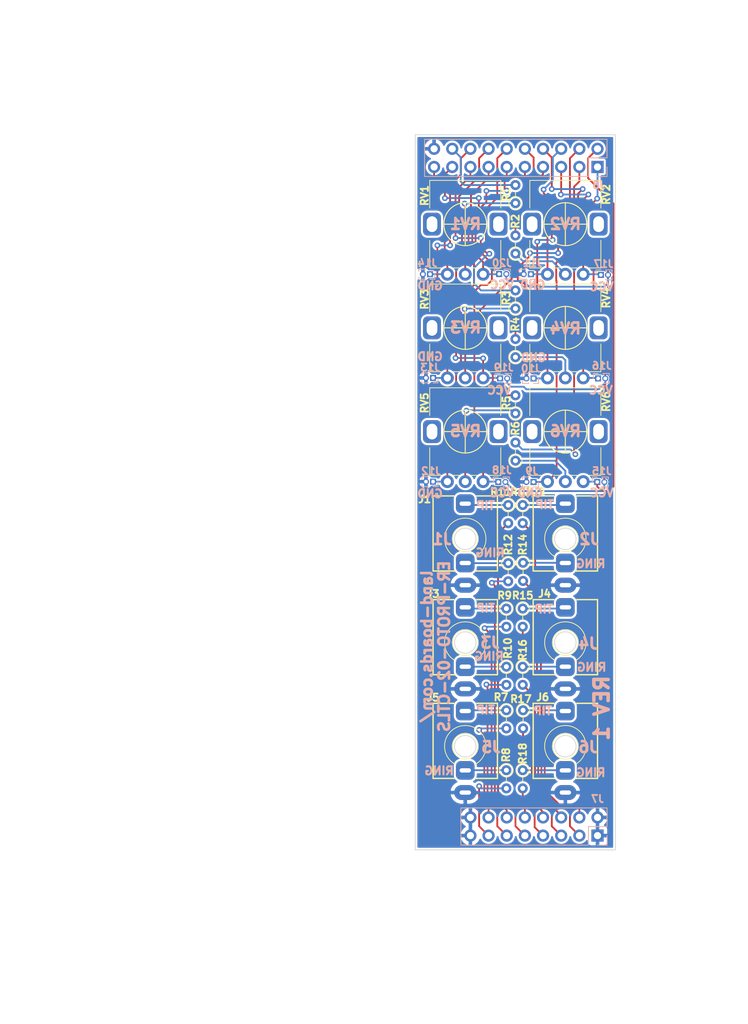
<source format=kicad_pcb>
(kicad_pcb (version 20221018) (generator pcbnew)
  (title_block (title "ER-PROTO-02") (date "2022-10-28") (rev "1") (company "LAND BOARDS, LLC"))
  (layers (0 "F.Cu" signal) (31 "B.Cu" signal) (34 "B.Paste" user) (35 "F.Paste" user) (36 "B.SilkS" user "B.Silkscreen") (37 "F.SilkS" user "F.Silkscreen") (38 "B.Mask" user) (39 "F.Mask" user) (44 "Edge.Cuts" user))
  (net 0 "")
  (net 1 "/POT6-1")
  (net 2 "/POT6-2")
  (net 3 "/POT6-3")
  (net 4 "/POT4-1")
  (net 5 "/POT4-2")
  (net 6 "/POT4-3")
  (net 7 "/POT2-1")
  (net 8 "/POT2-2")
  (net 9 "/POT2-3")
  (net 10 "/POT5-1")
  (net 11 "/POT5-2")
  (net 12 "/POT5-3")
  (net 13 "/POT3-1")
  (net 14 "/POT3-2")
  (net 15 "/POT3-3")
  (net 16 "VCC")
  (net 17 "Net-(R2-Pad1)")
  (net 18 "Net-(R3-Pad1)")
  (net 19 "Net-(R1-Pad1)")
  (net 20 "Net-(R5-Pad1)")
  (net 21 "/POT1-1")
  (net 22 "/POT1-2")
  (net 23 "/POT1-3")
  (net 24 "Net-(R4-Pad1)")
  (net 25 "/J1-T")
  (net 26 "/J2-T")
  (net 27 "/J3-T")
  (net 28 "/J4-T")
  (net 29 "GND")
  (net 30 "/J1-R_N")
  (net 31 "/J2-R_N")
  (net 32 "/J3-R_N")
  (net 33 "/J4-R_N")
  (net 34 "/J5-R_N")
  (net 35 "/J6-R_N")
  (net 36 "/J6-T")
  (net 37 "/J5-T")
  (net 38 "Net-(J1-PadR)")
  (net 39 "Net-(J1-PadT)")
  (net 40 "Net-(J2-PadR)")
  (net 41 "Net-(J2-PadT)")
  (net 42 "Net-(J3-PadR)")
  (net 43 "Net-(J3-PadT)")
  (net 44 "Net-(J4-PadR)")
  (net 45 "Net-(J4-PadT)")
  (net 46 "Net-(J5-PadR)")
  (net 47 "Net-(J5-PadT)")
  (net 48 "Net-(J6-PadR)")
  (net 49 "Net-(J6-PadT)")
  (net 50 "Net-(R6-Pad1)")
  (footprint "LandBoards_Conns:RV09ACF" (layer "F.Cu") (at 119.5 37 90)
    (fp_text reference "RV4")
    (fp_text value "100K")
  )
  (footprint "Resistor_THT:R_Axial_DIN0204_L3.6mm_D1.6mm_P2.54mm_Vertical" (layer "F.Cu") (at 112.522 41.098 90)
    (fp_text reference "R4")
    (fp_text value "1K")
  )
  (footprint "LandBoards_Conns:RV09ACF" (layer "F.Cu") (at 119.5 22.5 90)
    (fp_text reference "RV2")
    (fp_text value "100K")
  )
  (footprint "LandBoards_Conns:RV09ACF" (layer "F.Cu") (at 105.5 51.5 90)
    (fp_text reference "RV5")
    (fp_text value "100K")
  )
  (footprint "Resistor_THT:R_Axial_DIN0204_L3.6mm_D1.6mm_P2.54mm_Vertical" (layer "F.Cu") (at 113.588 90.474 -90)
    (fp_text reference "R17")
    (fp_text value "0")
  )
  (footprint "AudioJacks:Jack_3.5mm_QingPu_WQP-PJ366ST_Vertical" (layer "F.Cu") (at 119.5 81)
    (fp_text reference "J4")
    (fp_text value "PJ398SM")
  )
  (footprint "AudioJacks:Jack_3.5mm_QingPu_WQP-PJ366ST_Vertical" (layer "F.Cu") (at 105.5 95.5)
    (fp_text reference "J5")
    (fp_text value "PJ398SM")
  )
  (footprint "Resistor_THT:R_Axial_DIN0204_L3.6mm_D1.6mm_P2.54mm_Vertical" (layer "F.Cu") (at 111.252 90.474 -90)
    (fp_text reference "R7")
    (fp_text value "0")
  )
  (footprint "Resistor_THT:R_Axial_DIN0204_L3.6mm_D1.6mm_P2.54mm_Vertical" (layer "F.Cu") (at 113.538 61.772 -90)
    (fp_text reference "R13")
    (fp_text value "0")
  )
  (footprint "Resistor_THT:R_Axial_DIN0204_L3.6mm_D1.6mm_P2.54mm_Vertical" (layer "F.Cu") (at 111.506 69.9 -90)
    (fp_text reference "R12")
    (fp_text value "DNP")
  )
  (footprint "Resistor_THT:R_Axial_DIN0204_L3.6mm_D1.6mm_P2.54mm_Vertical" (layer "F.Cu") (at 113.538 84.378 -90)
    (fp_text reference "R16")
    (fp_text value "DNP")
  )
  (footprint "Resistor_THT:R_Axial_DIN0204_L3.6mm_D1.6mm_P2.54mm_Vertical" (layer "F.Cu") (at 113.538 76.25 -90)
    (fp_text reference "R15")
    (fp_text value "0")
  )
  (footprint "Resistor_THT:R_Axial_DIN0204_L3.6mm_D1.6mm_P2.54mm_Vertical" (layer "F.Cu") (at 111.252 98.856 -90)
    (fp_text reference "R8")
    (fp_text value "DNP")
  )
  (footprint "Resistor_THT:R_Axial_DIN0204_L3.6mm_D1.6mm_P2.54mm_Vertical" (layer "F.Cu") (at 111.506 61.772 -90)
    (fp_text reference "R11")
    (fp_text value "0")
  )
  (footprint "LandBoards_Conns:RV09ACF" (layer "F.Cu") (at 119.5 51.5 90)
    (fp_text reference "RV6")
    (fp_text value "100K")
  )
  (footprint "Resistor_THT:R_Axial_DIN0204_L3.6mm_D1.6mm_P2.54mm_Vertical" (layer "F.Cu") (at 111.252 76.25 -90)
    (fp_text reference "R9")
    (fp_text value "0")
  )
  (footprint "Resistor_THT:R_Axial_DIN0204_L3.6mm_D1.6mm_P2.54mm_Vertical" (layer "F.Cu") (at 112.522 55.576 90)
    (fp_text reference "R6")
    (fp_text value "1K")
  )
  (footprint "Resistor_THT:R_Axial_DIN0204_L3.6mm_D1.6mm_P2.54mm_Vertical" (layer "F.Cu") (at 112.522 48.972 90)
    (fp_text reference "R5")
    (fp_text value "1K")
  )
  (footprint "AudioJacks:Jack_3.5mm_QingPu_WQP-PJ366ST_Vertical" (layer "F.Cu") (at 105.5 66.5)
    (fp_text reference "J1")
    (fp_text value "PJ398SM")
  )
  (footprint "Resistor_THT:R_Axial_DIN0204_L3.6mm_D1.6mm_P2.54mm_Vertical" (layer "F.Cu") (at 112.522 34.304 90)
    (fp_text reference "R3")
    (fp_text value "1K")
  )
  (footprint "Resistor_THT:R_Axial_DIN0204_L3.6mm_D1.6mm_P2.54mm_Vertical" (layer "F.Cu") (at 113.538 98.856 -90)
    (fp_text reference "R18")
    (fp_text value "DNP")
  )
  (footprint "AudioJacks:Jack_3.5mm_QingPu_WQP-PJ366ST_Vertical" (layer "F.Cu") (at 105.5 81)
    (fp_text reference "J3")
    (fp_text value "PJ398SM")
  )
  (footprint "AudioJacks:Jack_3.5mm_QingPu_WQP-PJ366ST_Vertical" (layer "F.Cu") (at 119.5 95.5)
    (fp_text reference "J6")
    (fp_text value "PJ-366ST")
  )
  (footprint "LandBoards_Conns:RV09ACF" (layer "F.Cu") (at 105.5 22.5 90)
    (fp_text reference "RV1")
    (fp_text value "100K")
  )
  (footprint "Resistor_THT:R_Axial_DIN0204_L3.6mm_D1.6mm_P2.54mm_Vertical" (layer "F.Cu") (at 112.522 19.572 90)
    (fp_text reference "R1")
    (fp_text value "1K")
  )
  (footprint "Resistor_THT:R_Axial_DIN0204_L3.6mm_D1.6mm_P2.54mm_Vertical" (layer "F.Cu") (at 113.588 69.85 -90)
    (fp_text reference "R14")
    (fp_text value "DNP")
  )
  (footprint "LandBoards_Conns:RV09ACF" (layer "F.Cu") (at 105.5 37 90)
    (fp_text reference "RV3")
    (fp_text value "100K")
  )
  (footprint "Resistor_THT:R_Axial_DIN0204_L3.6mm_D1.6mm_P2.54mm_Vertical" (layer "F.Cu") (at 112.522 26.62 90)
    (fp_text reference "R2")
    (fp_text value "1K")
  )
  (footprint "AudioJacks:Jack_3.5mm_QingPu_WQP-PJ366ST_Vertical" (layer "F.Cu") (at 119.5 66.5)
    (fp_text reference "J2")
    (fp_text value "PJ398SM")
  )
  (footprint "Resistor_THT:R_Axial_DIN0204_L3.6mm_D1.6mm_P2.54mm_Vertical" (layer "F.Cu") (at 111.252 84.378 -90)
    (fp_text reference "R10")
    (fp_text value "DNP")
  )
  (footprint "Connector_PinHeader_1.00mm:PinHeader_1x02_P1.00mm_Vertical" (layer "B.Cu") (at 124.468001 29.591 -90)
    (fp_text reference "J17")
    (fp_text value "JUMPER")
  )
  (footprint "Connector_PinHeader_1.00mm:PinHeader_1x02_P1.00mm_Vertical" (layer "B.Cu") (at 124.087001 44.069 -90)
    (fp_text reference "J16")
    (fp_text value "JUMPER")
  )
  (footprint "Connector_PinHeader_1.00mm:PinHeader_1x02_P1.00mm_Vertical" (layer "B.Cu") (at 101.000001 43.999988 90)
    (fp_text reference "J13")
    (fp_text value "JUMPER")
  )
  (footprint "Connector_PinHeader_1.00mm:PinHeader_1x02_P1.00mm_Vertical" (layer "B.Cu") (at 110.244001 29.464 -90)
    (fp_text reference "J20")
    (fp_text value "JUMPER")
  )
  (footprint "Connector_PinHeader_1.00mm:PinHeader_1x02_P1.00mm_Vertical" (layer "B.Cu") (at 115.053999 58.547 90)
    (fp_text reference "J9")
    (fp_text value "JUMPER")
  )
  (footprint "Connector_PinHeader_1.00mm:PinHeader_1x02_P1.00mm_Vertical" (layer "B.Cu") (at 115.053999 44.069 90)
    (fp_text reference "J10")
    (fp_text value "JUMPER")
  )
  (footprint "Connector_PinHeader_1.00mm:PinHeader_1x02_P1.00mm_Vertical" (layer "B.Cu") (at 114.672999 29.499992 90)
    (fp_text reference "J11")
    (fp_text value "JUMPER")
  )
  (footprint "Connector_PinHeader_1.00mm:PinHeader_1x02_P1.00mm_Vertical" (layer "B.Cu") (at 123.960001 58.547 -90)
    (fp_text reference "J15")
    (fp_text value "JUMPER")
  )
  (footprint "Connector_PinHeader_1.00mm:PinHeader_1x02_P1.00mm_Vertical" (layer "B.Cu") (at 100.575999 29.499992 90)
    (fp_text reference "J14")
    (fp_text value "JUMPER")
  )
  (footprint "Connector_PinHeader_2.54mm:PinHeader_2x10_P2.54mm_Vertical" (layer "B.Cu") (at 124 14.5 90)
    (fp_text reference "J8")
    (fp_text value "PROTO02_POTS")
  )
  (footprint "Connector_PinHeader_1.00mm:PinHeader_1x02_P1.00mm_Vertical" (layer "B.Cu") (at 110.117001 58.547 -90)
    (fp_text reference "J18")
    (fp_text value "JUMPER")
  )
  (footprint "Connector_PinHeader_2.54mm:PinHeader_2x08_P2.54mm_Vertical" (layer "B.Cu") (at 124 108 90)
    (fp_text reference "J7")
    (fp_text value "PROTO02_JACKS")
  )
  (footprint "Connector_PinHeader_1.00mm:PinHeader_1x02_P1.00mm_Vertical" (layer "B.Cu") (at 110.371001 44.069 -90)
    (fp_text reference "J19")
    (fp_text value "JUMPER")
  )
  (footprint "Connector_PinHeader_1.00mm:PinHeader_1x02_P1.00mm_Vertical" (layer "B.Cu") (at 101.000001 58.50001 90)
    (fp_text reference "J12")
    (fp_text value "JUMPER")
  )
  (gr_circle (center 105.5 95.5) (end 107 95.5) (stroke (width 0.1)) (fill none) (layer "Edge.Cuts"))
  (gr_rect (start 98.5 10) (end 126.5 110) (stroke (width 0.1)) (fill none) (layer "Edge.Cuts"))
  (gr_circle (center 119.5 66.5) (end 121 66.5) (stroke (width 0.1)) (fill none) (layer "Edge.Cuts"))
  (gr_circle (center 119.5 81) (end 121 81) (stroke (width 0.1)) (fill none) (layer "Edge.Cuts"))
  (gr_circle (center 105.5 66.5) (end 107 66.5) (stroke (width 0.1)) (fill none) (layer "Edge.Cuts"))
  (gr_circle (center 119.5 95.5) (end 121 95.5) (stroke (width 0.1)) (fill none) (layer "Edge.Cuts"))
  (gr_circle (center 105.5 81) (end 107 81) (stroke (width 0.1)) (fill none) (layer "Edge.Cuts"))
  (gr_text "GND" (at 115.062 41.148) (layer "B.SilkS") (effects (font (size 1.143 1.143) (thickness 0.28575)) (justify mirror)))
  (gr_text "GND" (at 100.584 41.021) (layer "B.SilkS") (effects (font (size 1.143 1.143) (thickness 0.28575)) (justify mirror)))
  (gr_text "J3" (at 108.966 81.026) (layer "B.SilkS") (effects (font (size 1.524 1.524) (thickness 0.381)) (justify mirror)))
  (gr_text "VCC" (at 124.587 60.071) (layer "B.SilkS") (effects (font (size 1.143 1.143) (thickness 0.28575)) (justify mirror)))
  (gr_text "RV4" (at 119.507 37.084) (layer "B.SilkS") (effects (font (size 1.524 1.524) (thickness 0.381)) (justify mirror)))
  (gr_text "VCC" (at 124.46 45.72) (layer "B.SilkS") (effects (font (size 1.143 1.143) (thickness 0.28575)) (justify mirror)))
  (gr_text "RV3" (at 105.537 36.957) (layer "B.SilkS") (effects (font (size 1.524 1.524) (thickness 0.381)) (justify mirror)))
  (gr_text "GND" (at 100.584 31.115) (layer "B.SilkS") (effects (font (size 1.143 1.143) (thickness 0.28575)) (justify mirror)))
  (gr_text "RING" (at 108.966 68.453) (layer "B.SilkS") (effects (font (size 1.143 1.143) (thickness 0.28575)) (justify mirror)))
  (gr_text "land-boards.com/\nER-PROTO-02-CTLS" (at 101.346 81.534 90) (layer "B.SilkS") (effects (font (size 1.5 1.5) (thickness 0.375)) (justify mirror)))
  (gr_text "RV6" (at 119.507 51.435) (layer "B.SilkS") (effects (font (size 1.524 1.524) (thickness 0.381)) (justify mirror)))
  (gr_text "RING" (at 123.063 69.977) (layer "B.SilkS") (effects (font (size 1.143 1.143) (thickness 0.28575)) (justify mirror)))
  (gr_text "TIP" (at 116.459 76.327) (layer "B.SilkS") (effects (font (size 1.143 1.143) (thickness 0.28575)) (justify mirror)))
  (gr_text "RV1" (at 105.537 22.479) (layer "B.SilkS") (effects (font (size 1.524 1.524) (thickness 0.381)) (justify mirror)))
  (gr_text "REV 1" (at 124.587 90.17 90) (layer "B.SilkS") (effects (font (size 2 2) (thickness 0.5)) (justify mirror)))
  (gr_text "J5" (at 109.093 95.631) (layer "B.SilkS") (effects (font (size 1.524 1.524) (thickness 0.381)) (justify mirror)))
  (gr_text "RV5" (at 105.537 51.435) (layer "B.SilkS") (effects (font (size 1.524 1.524) (thickness 0.381)) (justify mirror)))
  (gr_text "TIP" (at 108.331 61.849) (layer "B.SilkS") (effects (font (size 1.143 1.143) (thickness 0.28575)) (justify mirror)))
  (gr_text "RING" (at 108.839 82.931) (layer "B.SilkS") (effects (font (size 1.143 1.143) (thickness 0.28575)) (justify mirror)))
  (gr_text "TIP" (at 108.331 76.2) (layer "B.SilkS") (effects (font (size 1.143 1.143) (thickness 0.28575)) (justify mirror)))
  (gr_text "GND" (at 114.554 60.071) (layer "B.SilkS") (effects (font (size 1.143 1.143) (thickness 0.28575)) (justify mirror)))
  (gr_text "RING" (at 123.063 99.187) (layer "B.SilkS") (effects (font (size 1.143 1.143) (thickness 0.28575)) (justify mirror)))
  (gr_text "J2" (at 122.809 66.548) (layer "B.SilkS") (effects (font (size 1.524 1.524) (thickness 0.381)) (justify mirror)))
  (gr_text "GND" (at 114.935 30.988) (layer "B.SilkS") (effects (font (size 1.143 1.143) (thickness 0.28575)) (justify mirror)))
  (gr_text "TIP" (at 116.332 90.551) (layer "B.SilkS") (effects (font (size 1.143 1.143) (thickness 0.28575)) (justify mirror)))
  (gr_text "J4" (at 122.682 81.153) (layer "B.SilkS") (effects (font (size 1.524 1.524) (thickness 0.381)) (justify mirror)))
  (gr_text "J6" (at 122.682 95.631) (layer "B.SilkS") (effects (font (size 1.524 1.524) (thickness 0.381)) (justify mirror)))
  (gr_text "VCC" (at 110.236 45.72) (layer "B.SilkS") (effects (font (size 1.143 1.143) (thickness 0.28575)) (justify mirror)))
  (gr_text "RING" (at 123.19 84.455) (layer "B.SilkS") (effects (font (size 1.143 1.143) (thickness 0.28575)) (justify mirror)))
  (gr_text "VCC" (at 110.617 30.988) (layer "B.SilkS") (effects (font (size 1.143 1.143) (thickness 0.28575)) (justify mirror)))
  (gr_text "VCC" (at 124.587 31.242) (layer "B.SilkS") (effects (font (size 1.143 1.143) (thickness 0.28575)) (justify mirror)))
  (gr_text "J1" (at 102.235 66.548) (layer "B.SilkS") (effects (font (size 1.524 1.524) (thickness 0.381)) (justify mirror)))
  (gr_text "RV2" (at 119.507 22.479) (layer "B.SilkS") (effects (font (size 1.524 1.524) (thickness 0.381)) (justify mirror)))
  (gr_text "VCC" (at 110.617 60.071) (layer "B.SilkS") (effects (font (size 1.143 1.143) (thickness 0.28575)) (justify mirror)))
  (gr_text "TIP" (at 108.331 90.424) (layer "B.SilkS") (effects (font (size 1.143 1.143) (thickness 0.28575)) (justify mirror)))
  (gr_text "TIP" (at 116.586 61.722) (layer "B.SilkS") (effects (font (size 1.143 1.143) (thickness 0.28575)) (justify mirror)))
  (gr_text "RING" (at 101.854 98.933) (layer "B.SilkS") (effects (font (size 1.143 1.143) (thickness 0.28575)) (justify mirror)))
  (gr_text "GND" (at 100.584 60.198) (layer "B.SilkS") (effects (font (size 1.143 1.143) (thickness 0.28575)) (justify mirror)))
  (segment (start 123.96 59.19) (end 124.587 59.817) (width 0.25) (layer "F.Cu") (net 1))
  (segment (start 126.238 19.622) (end 122.682 16.066) (width 0.25) (layer "F.Cu") (net 1))
  (segment (start 126.238 59.182) (end 126.238 19.622) (width 0.25) (layer "F.Cu") (net 1))
  (segment (start 125.603 59.817) (end 126.238 59.182) (width 0.25) (layer "F.Cu") (net 1))
  (segment (start 124.587 59.817) (end 125.603 59.817) (width 0.25) (layer "F.Cu") (net 1))
  (segment (start 122.682 13.278) (end 124 11.96) (width 0.25) (layer "F.Cu") (net 1))
  (segment (start 122.682 16.066) (end 122.682 13.278) (width 0.25) (layer "F.Cu") (net 1))
  (segment (start 123.96 58.547) (end 123.96 59.19) (width 0.25) (layer "F.Cu") (net 1))
  (segment (start 122 58.5) (end 123.913 58.5) (width 0.25) (layer "B.Cu") (net 1))
  (segment (start 120.724511 17.261489) (end 120.724511 54.494511) (width 0.25) (layer "F.Cu") (net 2))
  (segment (start 120.775489 17.210511) (end 120.724511 17.261489) (width 0.25) (layer "F.Cu") (net 2))
  (segment (start 121.46 14.5) (end 121.46 16.526) (width 0.25) (layer "F.Cu") (net 2))
  (segment (start 120.724511 54.494511) (end 120.904 54.674) (width 0.25) (layer "F.Cu") (net 2))
  (segment (start 120.775489 17.210511) (end 121.46 16.526) (width 0.25) (layer "F.Cu") (net 2))
  (via (at 120.904 54.674) (size 0.8) (drill 0.4) (layers "F.Cu" "B.Cu") (net 2))
  (segment (start 113.486 54) (end 120.23 54) (width 0.25) (layer "B.Cu") (net 2))
  (segment (start 120.23 54) (end 120.904 54.674) (width 0.25) (layer "B.Cu") (net 2))
  (segment (start 112.522 53.036) (end 113.486 54) (width 0.25) (layer "B.Cu") (net 2))
  (segment (start 117 58.5) (end 118.275489 57.224511) (width 0.25) (layer "F.Cu") (net 3))
  (segment (start 119.507 26.607) (end 119.507 19.939) (width 0.25) (layer "F.Cu") (net 3))
  (segment (start 118.275489 30.480467) (end 118.224511 30.429489) (width 0.25) (layer "F.Cu") (net 3))
  (segment (start 118.224511 27.889489) (end 119.507 26.607) (width 0.25) (layer "F.Cu") (net 3))
  (segment (start 119.507 19.939) (end 120.142 19.304) (width 0.25) (layer "F.Cu") (net 3))
  (segment (start 118.275489 57.224511) (end 118.275489 30.480467) (width 0.25) (layer "F.Cu") (net 3))
  (segment (start 118.224511 30.429489) (end 118.224511 27.889489) (width 0.25) (layer "F.Cu") (net 3))
  (segment (start 120.142 19.304) (end 120.142 13.278) (width 0.25) (layer "F.Cu") (net 3))
  (segment (start 120.142 13.278) (end 121.46 11.96) (width 0.25) (layer "F.Cu") (net 3))
  (segment (start 115.054 58.547) (end 116.953 58.547) (width 0.25) (layer "B.Cu") (net 3))
  (segment (start 121.666 40.132) (end 121.666 33.846) (width 0.25) (layer "F.Cu") (net 4))
  (segment (start 118.872 18.352) (end 118.92 18.304) (width 0.25) (layer "F.Cu") (net 4))
  (segment (start 121.666 33.846) (end 123.444 32.068) (width 0.25) (layer "F.Cu") (net 4))
  (segment (start 121.793 25.908) (end 121.793 19.2835) (width 0.25) (layer "F.Cu") (net 4))
  (segment (start 122 44) (end 122 40.466) (width 0.25) (layer "F.Cu") (net 4))
  (segment (start 123.444 32.068) (end 123.444 27.559) (width 0.25) (layer "F.Cu") (net 4))
  (segment (start 123.444 27.559) (end 121.793 25.908) (width 0.25) (layer "F.Cu") (net 4))
  (segment (start 121.793 19.2835) (end 122.7245 18.352) (width 0.25) (layer "F.Cu") (net 4))
  (segment (start 122 40.466) (end 121.666 40.132) (width 0.25) (layer "F.Cu") (net 4))
  (segment (start 118.92 18.304) (end 118.92 14.5) (width 0.25) (layer "F.Cu") (net 4))
  (via (at 118.872 18.352) (size 0.8) (drill 0.4) (layers "F.Cu" "B.Cu") (net 4))
  (via (at 122.7245 18.352) (size 0.8) (drill 0.4) (layers "F.Cu" "B.Cu") (net 4))
  (segment (start 122.7245 18.352) (end 118.872 18.352) (width 0.25) (layer "B.Cu") (net 4))
  (segment (start 122 44) (end 124.018 44) (width 0.25) (layer "B.Cu") (net 4))
  (segment (start 112.84452 30.29452) (end 113.284 30.734) (width 0.25) (layer "F.Cu") (net 5))
  (segment (start 116.459 18.161) (end 118.491 20.193) (width 0.25) (layer "F.Cu") (net 5))
  (segment (start 118.491 26.543) (end 118.491 20.193) (width 0.25) (layer "F.Cu") (net 5))
  (segment (start 116.459 18.161) (end 116.459 17.653) (width 0.25) (layer "F.Cu") (net 5))
  (segment (start 114.554 26.924) (end 112.84452 28.63348) (width 0.25) (layer "F.Cu") (net 5))
  (segment (start 113.919 30.988) (end 113.919 34.798) (width 0.25) (layer "F.Cu") (net 5))
  (segment (start 114.554 26.543) (end 114.554 26.924) (width 0.25) (layer "F.Cu") (net 5))
  (segment (start 112.84452 28.63348) (end 112.84452 30.29452) (width 0.25) (layer "F.Cu") (net 5))
  (segment (start 113.919 34.798) (end 112.522 36.195) (width 0.25) (layer "F.Cu") (net 5))
  (segment (start 113.665 30.734) (end 113.919 30.988) (width 0.25) (layer "F.Cu") (net 5))
  (segment (start 112.522 36.195) (end 112.522 38.558) (width 0.25) (layer "F.Cu") (net 5))
  (segment (start 113.284 30.734) (end 113.665 30.734) (width 0.25) (layer "F.Cu") (net 5))
  (via (at 116.459 17.653) (size 0.8) (drill 0.4) (layers "F.Cu" "B.Cu") (net 5))
  (via (at 114.554 26.543) (size 0.8) (drill 0.4) (layers "F.Cu" "B.Cu") (net 5))
  (via (at 118.491 26.543) (size 0.8) (drill 0.4) (layers "F.Cu" "B.Cu") (net 5))
  (segment (start 116.459 17.653) (end 117.745489 16.366511) (width 0.25) (layer "B.Cu") (net 5))
  (segment (start 114.554 26.543) (end 118.491 26.543) (width 0.25) (layer "B.Cu") (net 5))
  (segment (start 117.745489 16.366511) (end 117.745489 13.134511) (width 0.25) (layer "B.Cu") (net 5))
  (segment (start 117.745489 13.134511) (end 118.92 11.96) (width 0.25) (layer "B.Cu") (net 5))
  (segment (start 115.57 16.32) (end 115.57 18.606) (width 0.25) (layer "F.Cu") (net 6))
  (segment (start 116.38 14.5) (end 116.38 15.51) (width 0.25) (layer "F.Cu") (net 6))
  (segment (start 115.57 34.608) (end 117 36.038) (width 0.25) (layer "F.Cu") (net 6))
  (segment (start 117.602 20.638) (end 117.602 24.5795) (width 0.25) (layer "F.Cu") (net 6))
  (segment (start 116.38 15.51) (end 115.57 16.32) (width 0.25) (layer "F.Cu") (net 6))
  (segment (start 117 36.038) (end 117 44) (width 0.25) (layer "F.Cu") (net 6))
  (segment (start 117.602 24.5795) (end 117.7245 24.702) (width 0.25) (layer "F.Cu") (net 6))
  (segment (start 115.57 24.956) (end 115.57 34.608) (width 0.25) (layer "F.Cu") (net 6))
  (segment (start 115.57 18.606) (end 117.602 20.638) (width 0.25) (layer "F.Cu") (net 6))
  (via (at 117.7245 24.702) (size 0.8) (drill 0.4) (layers "F.Cu" "B.Cu") (net 6))
  (via (at 115.57 24.956) (size 0.8) (drill 0.4) (layers "F.Cu" "B.Cu") (net 6))
  (segment (start 115.824 24.702) (end 115.57 24.956) (width 0.25) (layer "B.Cu") (net 6))
  (segment (start 117.7245 24.702) (end 115.824 24.702) (width 0.25) (layer "B.Cu") (net 6))
  (segment (start 115.054 44.069) (end 116.931 44.069) (width 0.25) (layer "B.Cu") (net 6))
  (segment (start 121.285 18.225) (end 121.92 17.59) (width 0.25) (layer "F.Cu") (net 7))
  (segment (start 122 27.131) (end 121.285 26.416) (width 0.25) (layer "F.Cu") (net 7))
  (segment (start 117.602 13.182) (end 116.38 11.96) (width 0.25) (layer "F.Cu") (net 7))
  (segment (start 122 29.5) (end 122 27.131) (width 0.25) (layer "F.Cu") (net 7))
  (segment (start 117.602 17.59) (end 117.602 13.182) (width 0.25) (layer "F.Cu") (net 7))
  (segment (start 121.285 26.416) (end 121.285 18.225) (width 0.25) (layer "F.Cu") (net 7))
  (via (at 121.92 17.59) (size 0.8) (drill 0.4) (layers "F.Cu" "B.Cu") (net 7))
  (via (at 117.602 17.59) (size 0.8) (drill 0.4) (layers "F.Cu" "B.Cu") (net 7))
  (segment (start 122 29.5) (end 124.377 29.5) (width 0.25) (layer "B.Cu") (net 7))
  (segment (start 121.92 17.59) (end 117.602 17.59) (width 0.25) (layer "B.Cu") (net 7))
  (segment (start 113.84 20.336) (end 113.84 14.5) (width 0.25) (layer "F.Cu") (net 8))
  (segment (start 112.522 21.654) (end 112.522 24.08) (width 0.25) (layer "F.Cu") (net 8))
  (segment (start 112.522 21.654) (end 113.84 20.336) (width 0.25) (layer "F.Cu") (net 8))
  (segment (start 115.062 13.182) (end 113.84 11.96) (width 0.25) (layer "F.Cu") (net 9))
  (segment (start 117 21.242) (end 114.554 18.796) (width 0.25) (layer "F.Cu") (net 9))
  (segment (start 114.554 16.32) (end 115.062 15.812) (width 0.25) (layer "F.Cu") (net 9))
  (segment (start 114.554 18.796) (end 114.554 16.32) (width 0.25) (layer "F.Cu") (net 9))
  (segment (start 115.062 15.812) (end 115.062 13.182) (width 0.25) (layer "F.Cu") (net 9))
  (segment (start 117 29.5) (end 117 21.242) (width 0.25) (layer "F.Cu") (net 9))
  (segment (start 114.673 29.5) (end 117 29.5) (width 0.25) (layer "B.Cu") (net 9))
  (segment (start 106.775489 31.908511) (end 106.775489 54.669489) (width 0.25) (layer "F.Cu") (net 10))
  (segment (start 108.458 17.844) (end 108.458 19.369436) (width 0.25) (layer "F.Cu") (net 10))
  (segment (start 111.204 17.796) (end 110.998 17.59) (width 0.25) (layer "F.Cu") (net 10))
  (segment (start 106.939379 25.723379) (end 109.224511 28.008511) (width 0.25) (layer "F.Cu") (net 10))
  (segment (start 110.998 17.59) (end 110.998 16.162) (width 0.25) (layer "F.Cu") (net 10))
  (segment (start 107.855718 19.971718) (end 107.855718 22.71104) (width 0.25) (layer "F.Cu") (net 10))
  (segment (start 106.775489 54.669489) (end 108 55.894) (width 0.25) (layer "F.Cu") (net 10))
  (segment (start 109.224511 28.008511) (end 109.224511 30.348489) (width 0.25) (layer "F.Cu") (net 10))
  (segment (start 110.998 16.162) (end 111.3 15.86) (width 0.25) (layer "F.Cu") (net 10))
  (segment (start 109.224511 30.348489) (end 108.585 30.988) (width 0.25) (layer "F.Cu") (net 10))
  (segment (start 106.939379 23.627379) (end 106.939379 25.723379) (width 0.25) (layer "F.Cu") (net 10))
  (segment (start 108 55.894) (end 108 58.5) (width 0.25) (layer "F.Cu") (net 10))
  (segment (start 107.696 30.988) (end 106.775489 31.908511) (width 0.25) (layer "F.Cu") (net 10))
  (segment (start 108.458 19.369436) (end 107.855718 19.971718) (width 0.25) (layer "F.Cu") (net 10))
  (segment (start 111.3 17.796) (end 111.204 17.796) (width 0.25) (layer "F.Cu") (net 10))
  (segment (start 108.585 30.988) (end 107.696 30.988) (width 0.25) (layer "F.Cu") (net 10))
  (segment (start 111.3 14.5) (end 111.3 15.86) (width 0.25) (layer "F.Cu") (net 10))
  (segment (start 107.855718 22.71104) (end 106.939379 23.627379) (width 0.25) (layer "F.Cu") (net 10))
  (via (at 111.3 17.796) (size 0.8) (drill 0.4) (layers "F.Cu" "B.Cu") (net 10))
  (via (at 108.458 17.844) (size 0.8) (drill 0.4) (layers "F.Cu" "B.Cu") (net 10))
  (segment (start 111.252 17.844) (end 111.3 17.796) (width 0.25) (layer "B.Cu") (net 10))
  (segment (start 108 58.5) (end 110.07 58.5) (width 0.25) (layer "B.Cu") (net 10))
  (segment (start 108.458 17.844) (end 111.252 17.844) (width 0.25) (layer "B.Cu") (net 10))
  (segment (start 109.22 40.259) (end 109.347 40.259) (width 0.25) (layer "F.Cu") (net 11))
  (segment (start 108.38839 24.69539) (end 111.993512 28.300512) (width 0.25) (layer "F.Cu") (net 11))
  (segment (start 109.347 40.259) (end 109.347 45.974) (width 0.25) (layer "F.Cu") (net 11))
  (segment (start 109.982 18.796) (end 108.38839 20.38961) (width 0.25) (layer "F.Cu") (net 11))
  (segment (start 109.347 45.974) (end 109.805 46.432) (width 0.25) (layer "F.Cu") (net 11))
  (segment (start 107.569 38.608) (end 109.22 40.259) (width 0.25) (layer "F.Cu") (net 11))
  (segment (start 109.982 13.278) (end 109.982 18.796) (width 0.25) (layer "F.Cu") (net 11))
  (segment (start 111.3 11.96) (end 109.982 13.278) (width 0.25) (layer "F.Cu") (net 11))
  (segment (start 109.805 46.432) (end 112.522 46.432) (width 0.25) (layer "F.Cu") (net 11))
  (segment (start 111.993512 28.300512) (end 111.993512 30.119488) (width 0.25) (layer "F.Cu") (net 11))
  (segment (start 108.38839 20.38961) (end 108.38839 24.69539) (width 0.25) (layer "F.Cu") (net 11))
  (segment (start 107.569 34.544) (end 107.569 38.608) (width 0.25) (layer "F.Cu") (net 11))
  (segment (start 111.993512 30.119488) (end 107.569 34.544) (width 0.25) (layer "F.Cu") (net 11))
  (segment (start 105.94952 27.01952) (end 106.724511 27.794511) (width 0.25) (layer "F.Cu") (net 12))
  (segment (start 104.224511 42.291969) (end 104.224511 54.589489) (width 0.25) (layer "F.Cu") (net 12))
  (segment (start 103 55.814) (end 103 58.5) (width 0.25) (layer "F.Cu") (net 12))
  (segment (start 104.224511 54.589489) (end 103 55.814) (width 0.25) (layer "F.Cu") (net 12))
  (segment (start 106.724511 31.007489) (end 104.685489 33.046511) (width 0.25) (layer "F.Cu") (net 12))
  (segment (start 106.299 21.971) (end 105.94952 22.32048) (width 0.25) (layer "F.Cu") (net 12))
  (segment (start 106.299 18.479) (end 106.299 21.971) (width 0.25) (layer "F.Cu") (net 12))
  (segment (start 104.685489 33.046511) (end 104.685489 34.654103) (width 0.25) (layer "F.Cu") (net 12))
  (segment (start 104.685489 34.654103) (end 104.902 34.870614) (width 0.25) (layer "F.Cu") (net 12))
  (segment (start 106.724511 27.794511) (end 106.724511 31.007489) (width 0.25) (layer "F.Cu") (net 12))
  (segment (start 105.94952 22.32048) (end 105.94952 27.01952) (width 0.25) (layer "F.Cu") (net 12))
  (segment (start 108.76 16.018) (end 106.299 18.479) (width 0.25) (layer "F.Cu") (net 12))
  (segment (start 104.902 34.870614) (end 104.902 41.61448) (width 0.25) (layer "F.Cu") (net 12))
  (segment (start 104.902 41.61448) (end 104.224511 42.291969) (width 0.25) (layer "F.Cu") (net 12))
  (segment (start 108.76 14.5) (end 108.76 16.018) (width 0.25) (layer "F.Cu") (net 12))
  (segment (start 101 58.5) (end 103 58.5) (width 0.25) (layer "B.Cu") (net 12))
  (segment (start 104.224511 28.088511) (end 104.224511 41.127489) (width 0.25) (layer "F.Cu") (net 13))
  (segment (start 105.05048 22.50048) (end 105.05048 27.262542) (width 0.25) (layer "F.Cu") (net 13))
  (segment (start 107.442 15.812) (end 104.648 18.606) (width 0.25) (layer "F.Cu") (net 13))
  (segment (start 108.76 11.96) (end 107.442 13.278) (width 0.25) (layer "F.Cu") (net 13))
  (segment (start 104.224511 41.127489) (end 104.14 41.212) (width 0.25) (layer "F.Cu") (net 13))
  (segment (start 104.648 18.606) (end 104.648 22.098) (width 0.25) (layer "F.Cu") (net 13))
  (segment (start 104.648 22.098) (end 105.05048 22.50048) (width 0.25) (layer "F.Cu") (net 13))
  (segment (start 105.05048 27.262542) (end 104.224511 28.088511) (width 0.25) (layer "F.Cu") (net 13))
  (segment (start 108 41.262) (end 108 44) (width 0.25) (layer "F.Cu") (net 13))
  (segment (start 107.442 13.278) (end 107.442 15.812) (width 0.25) (layer "F.Cu") (net 13))
  (via (at 104.14 41.212) (size 0.8) (drill 0.4) (layers "F.Cu" "B.Cu") (net 13))
  (via (at 108 41.262) (size 0.8) (drill 0.4) (layers "F.Cu" "B.Cu") (net 13))
  (segment (start 107.95 41.212) (end 108 41.262) (width 0.25) (layer "B.Cu") (net 13))
  (segment (start 108 44) (end 110.302 44) (width 0.25) (layer "B.Cu") (net 13))
  (segment (start 104.14 41.212) (end 107.95 41.212) (width 0.25) (layer "B.Cu") (net 13))
  (segment (start 107.663879 24.448) (end 107.663879 25.685879) (width 0.25) (layer "F.Cu") (net 14))
  (segment (start 108.874799 26.634201) (end 108.612201 26.634201) (width 0.25) (layer "F.Cu") (net 14))
  (segment (start 107.663879 25.685879) (end 108.612201 26.634201) (width 0.25) (layer "F.Cu") (net 14))
  (segment (start 106.22 15.764) (end 104.14 17.844) (width 0.25) (layer "F.Cu") (net 14))
  (segment (start 104.14 17.844) (end 104.14 24.448) (width 0.25) (layer "F.Cu") (net 14))
  (segment (start 106.22 14.5) (end 106.22 15.764) (width 0.25) (layer "F.Cu") (net 14))
  (via (at 108.874799 26.634201) (size 0.8) (drill 0.4) (layers "F.Cu" "B.Cu") (net 14))
  (via (at 104.14 24.448) (size 0.8) (drill 0.4) (layers "F.Cu" "B.Cu") (net 14))
  (via (at 107.663879 24.448) (size 0.8) (drill 0.4) (layers "F.Cu" "B.Cu") (net 14))
  (segment (start 106.724511 28.619511) (end 108.928022 26.416) (width 0.25) (layer "B.Cu") (net 14))
  (segment (start 107.71 31.764) (end 106.724511 30.778511) (width 0.25) (layer "B.Cu") (net 14))
  (segment (start 104.14 24.448) (end 107.663879 24.448) (width 0.25) (layer "B.Cu") (net 14))
  (segment (start 112.522 31.764) (end 107.71 31.764) (width 0.25) (layer "B.Cu") (net 14))
  (segment (start 108.928022 26.580978) (end 108.874799 26.634201) (width 0.25) (layer "B.Cu") (net 14))
  (segment (start 108.928022 26.416) (end 108.928022 26.580978) (width 0.25) (layer "B.Cu") (net 14))
  (segment (start 106.724511 30.778511) (end 106.724511 28.619511) (width 0.25) (layer "B.Cu") (net 14))
  (segment (start 104.902 15.558) (end 104.902 13.278) (width 0.25) (layer "F.Cu") (net 15))
  (segment (start 103 34.484) (end 101.6 33.084) (width 0.25) (layer "F.Cu") (net 15))
  (segment (start 101.6 33.084) (end 101.6 25.464) (width 0.25) (layer "F.Cu") (net 15))
  (segment (start 103.378 25.464) (end 103.378 17.082) (width 0.25) (layer "F.Cu") (net 15))
  (segment (start 103 44) (end 103 34.484) (width 0.25) (layer "F.Cu") (net 15))
  (segment (start 104.902 13.278) (end 106.22 11.96) (width 0.25) (layer "F.Cu") (net 15))
  (segment (start 103.378 17.082) (end 104.902 15.558) (width 0.25) (layer "F.Cu") (net 15))
  (via (at 101.6 25.464) (size 0.8) (drill 0.4) (layers "F.Cu" "B.Cu") (net 15))
  (via (at 103.378 25.464) (size 0.8) (drill 0.4) (layers "F.Cu" "B.Cu") (net 15))
  (segment (start 101.6 25.464) (end 103.378 25.464) (width 0.25) (layer "B.Cu") (net 15))
  (segment (start 101 44) (end 103 44) (width 0.25) (layer "B.Cu") (net 15))
  (segment (start 122.174 35.306) (end 125.468 32.012) (width 0.25) (layer "F.Cu") (net 16))
  (segment (start 125.468 32.012) (end 125.468 29.591) (width 0.25) (layer "F.Cu") (net 16))
  (segment (start 125.087 44.069) (end 125.087 42.283) (width 0.25) (layer "F.Cu") (net 16))
  (segment (start 125.087 46.49) (end 125.087 44.069) (width 0.25) (layer "F.Cu") (net 16))
  (segment (start 122.174 39.37) (end 122.174 35.306) (width 0.25) (layer "F.Cu") (net 16))
  (segment (start 122.174 53.848) (end 122.174 49.403) (width 0.25) (layer "F.Cu") (net 16))
  (segment (start 122.174 49.403) (end 125.087 46.49) (width 0.25) (layer "F.Cu") (net 16))
  (segment (start 122.174 53.848) (end 124.96 56.634) (width 0.25) (layer "F.Cu") (net 16))
  (segment (start 122.301 24.765) (end 122.301 20.574) (width 0.25) (layer "F.Cu") (net 16))
  (segment (start 124.96 58.547) (end 124.96 56.634) (width 0.25) (layer "F.Cu") (net 16))
  (segment (start 122.301 20.574) (end 123.952 18.923) (width 0.25) (layer "F.Cu") (net 16))
  (segment (start 125.468 29.591) (end 125.468 27.932) (width 0.25) (layer "F.Cu") (net 16))
  (segment (start 125.468 27.932) (end 122.301 24.765) (width 0.25) (layer "F.Cu") (net 16))
  (segment (start 125.087 42.283) (end 122.174 39.37) (width 0.25) (layer "F.Cu") (net 16))
  (via (at 123.952 18.923) (size 0.8) (drill 0.4) (layers "F.Cu" "B.Cu") (net 16))
  (segment (start 125.087 44.069) (end 125.087 44.67004) (width 0.25) (layer "B.Cu") (net 16))
  (segment (start 111.506 30.456) (end 111.244 30.194) (width 0.25) (layer "B.Cu") (net 16))
  (segment (start 111.117 58.547) (end 112.395 59.825) (width 0.25) (layer "B.Cu") (net 16))
  (segment (start 114.046 45.593) (end 124.16404 45.593) (width 0.25) (layer "B.Cu") (net 16))
  (segment (start 124.579 59.825) (end 124.96 59.444) (width 0.25) (layer "B.Cu") (net 16))
  (segment (start 124 18.875) (end 123.952 18.923) (width 0.25) (layer "B.Cu") (net 16))
  (segment (start 125.468 30.742) (end 124.968 31.242) (width 0.25) (layer "B.Cu") (net 16))
  (segment (start 111.244 30.194) (end 111.244 29.464) (width 0.25) (layer "B.Cu") (net 16))
  (segment (start 125.468 29.591) (end 125.468 30.742) (width 0.25) (layer "B.Cu") (net 16))
  (segment (start 111.371 44.069) (end 111.371 44.696) (width 0.25) (layer "B.Cu") (net 16))
  (segment (start 111.899511 45.224511) (end 113.677511 45.224511) (width 0.25) (layer "B.Cu") (net 16))
  (segment (start 114.427 31.242) (end 113.641 30.456) (width 0.25) (layer "B.Cu") (net 16))
  (segment (start 125.087 44.67004) (end 124.16404 45.593) (width 0.25) (layer "B.Cu") (net 16))
  (segment (start 124.968 31.242) (end 114.427 31.242) (width 0.25) (layer "B.Cu") (net 16))
  (segment (start 113.677511 45.224511) (end 114.046 45.593) (width 0.25) (layer "B.Cu") (net 16))
  (segment (start 113.641 30.456) (end 111.506 30.456) (width 0.25) (layer "B.Cu") (net 16))
  (segment (start 124.96 59.444) (end 124.96 58.547) (width 0.25) (layer "B.Cu") (net 16))
  (segment (start 112.395 59.825) (end 124.579 59.825) (width 0.25) (layer "B.Cu") (net 16))
  (segment (start 111.371 44.696) (end 111.899511 45.224511) (width 0.25) (layer "B.Cu") (net 16))
  (segment (start 124 14.5) (end 124 18.875) (width 0.25) (layer "B.Cu") (net 16))
  (segment (start 113.588 27.686) (end 112.522 26.62) (width 0.25) (layer "B.Cu") (net 17))
  (segment (start 117.686 27.686) (end 113.588 27.686) (width 0.25) (layer "B.Cu") (net 17))
  (segment (start 119.5 29.5) (end 117.686 27.686) (width 0.25) (layer "B.Cu") (net 17))
  (segment (start 105.5 34.444) (end 105.41 34.354) (width 0.25) (layer "F.Cu") (net 18))
  (segment (start 105.5 44) (end 105.5 34.444) (width 0.25) (layer "F.Cu") (net 18))
  (via (at 105.41 34.354) (size 0.8) (drill 0.4) (layers "F.Cu" "B.Cu") (net 18))
  (segment (start 105.41 34.354) (end 105.46 34.304) (width 0.25) (layer "B.Cu") (net 18))
  (segment (start 105.46 34.304) (end 112.522 34.304) (width 0.25) (layer "B.Cu") (net 18))
  (segment (start 105.5 29.5) (end 105.5 19.712) (width 0.25) (layer "F.Cu") (net 19))
  (segment (start 105.5 19.712) (end 105.41 19.622) (width 0.25) (layer "F.Cu") (net 19))
  (via (at 105.41 19.622) (size 0.8) (drill 0.4) (layers "F.Cu" "B.Cu") (net 19))
  (segment (start 105.46 19.572) (end 112.522 19.572) (width 0.25) (layer "B.Cu") (net 19))
  (segment (start 105.41 19.622) (end 105.46 19.572) (width 0.25) (layer "B.Cu") (net 19))
  (segment (start 105.664 48.578) (end 105.5 48.742) (width 0.25) (layer "F.Cu") (net 20))
  (segment (start 105.5 48.742) (end 105.5 58.5) (width 0.25) (layer "F.Cu") (net 20))
  (via (at 105.664 48.578) (size 0.8) (drill 0.4) (layers "F.Cu" "B.Cu") (net 20))
  (segment (start 105.714 48.528) (end 105.664 48.578) (width 0.25) (layer "B.Cu") (net 20))
  (segment (start 112.522 48.528) (end 105.714 48.528) (width 0.25) (layer "B.Cu") (net 20))
  (segment (start 102.6535 15.5265) (end 102.6535 18.86) (width 0.25) (layer "F.Cu") (net 21))
  (segment (start 107.39402 18.8475) (end 107.39402 21.892698) (width 0.25) (layer "F.Cu") (net 21))
  (segment (start 106.489859 26.289859) (end 108 27.8) (width 0.25) (layer "F.Cu") (net 21))
  (segment (start 103.68 14.5) (end 102.6535 15.5265) (width 0.25) (layer "F.Cu") (net 21))
  (segment (start 106.489859 22.796859) (end 106.489859 26.289859) (width 0.25) (layer "F.Cu") (net 21))
  (segment (start 108 27.8) (end 108 29.5) (width 0.25) (layer "F.Cu") (net 21))
  (segment (start 107.39402 21.892698) (end 106.489859 22.796859) (width 0.25) (layer "F.Cu") (net 21))
  (via (at 102.6535 18.86) (size 0.8) (drill 0.4) (layers "F.Cu" "B.Cu") (net 21))
  (via (at 107.39402 18.8475) (size 0.8) (drill 0.4) (layers "F.Cu" "B.Cu") (net 21))
  (segment (start 102.666 18.8475) (end 107.39402 18.8475) (width 0.25) (layer "B.Cu") (net 21))
  (segment (start 108 29.5) (end 110.208 29.5) (width 0.25) (layer "B.Cu") (net 21))
  (segment (start 102.6535 18.86) (end 102.666 18.8475) (width 0.25) (layer "B.Cu") (net 21))
  (segment (start 112.522 17.032) (end 105.36 17.032) (width 0.25) (layer "B.Cu") (net 22))
  (segment (start 105.36 17.032) (end 104.854511 16.526511) (width 0.25) (layer "B.Cu") (net 22))
  (segment (start 104.854511 13.134511) (end 103.68 11.96) (width 0.25) (layer "B.Cu") (net 22))
  (segment (start 104.854511 16.526511) (end 104.854511 13.134511) (width 0.25) (layer "B.Cu") (net 22))
  (segment (start 103 26.864) (end 102.616 26.48) (width 0.25) (layer "F.Cu") (net 23))
  (segment (start 101.14 19.574) (end 101.14 14.5) (width 0.25) (layer "F.Cu") (net 23))
  (segment (start 102.616 21.05) (end 101.14 19.574) (width 0.25) (layer "F.Cu") (net 23))
  (segment (start 102.616 26.48) (end 102.616 21.05) (width 0.25) (layer "F.Cu") (net 23))
  (segment (start 103 29.5) (end 103 26.864) (width 0.25) (layer "F.Cu") (net 23))
  (segment (start 100.576 29.5) (end 103 29.5) (width 0.25) (layer "B.Cu") (net 23))
  (segment (start 119.5 41.522) (end 119.5 44) (width 0.25) (layer "B.Cu") (net 24))
  (segment (start 119.076 41.098) (end 119.5 41.522) (width 0.25) (layer "B.Cu") (net 24))
  (segment (start 112.522 41.098) (end 119.076 41.098) (width 0.25) (layer "B.Cu") (net 24))
  (segment (start 110.871 102.87) (end 110.081551 102.080551) (width 0.25) (layer "F.Cu") (net 25))
  (segment (start 113.84 104.257919) (end 112.452081 102.87) (width 0.25) (layer "F.Cu") (net 25))
  (segment (start 113.84 105.46) (end 113.84 104.257919) (width 0.25) (layer "F.Cu") (net 25))
  (segment (start 110.081551 102.080551) (end 110.081551 65.736449) (width 0.25) (layer "F.Cu") (net 25))
  (segment (start 110.081551 65.736449) (end 111.506 64.312) (width 0.25) (layer "F.Cu") (net 25))
  (segment (start 112.452081 102.87) (end 110.871 102.87) (width 0.25) (layer "F.Cu") (net 25))
  (segment (start 116.60608 101.618644) (end 116.60608 86.63408) (width 0.25) (layer "F.Cu") (net 26))
  (segment (start 121.46 105.46) (end 121.46 104.188) (width 0.25) (layer "F.Cu") (net 26))
  (segment (start 121.46 104.188) (end 120.904 103.632) (width 0.25) (layer "F.Cu") (net 26))
  (segment (start 116.60608 86.63408) (end 116.078 86.106) (width 0.25) (layer "F.Cu") (net 26))
  (segment (start 116.078 86.106) (end 116.078 72.517) (width 0.25) (layer "F.Cu") (net 26))
  (segment (start 115.291 71.73) (end 115.291 66.065) (width 0.25) (layer "F.Cu") (net 26))
  (segment (start 116.078 72.517) (end 115.291 71.73) (width 0.25) (layer "F.Cu") (net 26))
  (segment (start 118.619436 103.632) (end 116.60608 101.618644) (width 0.25) (layer "F.Cu") (net 26))
  (segment (start 120.904 103.632) (end 118.619436 103.632) (width 0.25) (layer "F.Cu") (net 26))
  (segment (start 115.291 66.065) (end 113.538 64.312) (width 0.25) (layer "F.Cu") (net 26))
  (segment (start 111.3 104.442) (end 110.744 103.886) (width 0.25) (layer "F.Cu") (net 27))
  (segment (start 109.182511 79.972511) (end 108.204 78.994) (width 0.25) (layer "F.Cu") (net 27))
  (segment (start 110.744 103.886) (end 110.363 103.886) (width 0.25) (layer "F.Cu") (net 27))
  (segment (start 110.363 103.886) (end 109.182511 102.705511) (width 0.25) (layer "F.Cu") (net 27))
  (segment (start 109.182511 102.705511) (end 109.182511 79.972511) (width 0.25) (layer "F.Cu") (net 27))
  (segment (start 111.3 105.46) (end 111.3 104.442) (width 0.25) (layer "F.Cu") (net 27))
  (via (at 108.204 78.994) (size 0.8) (drill 0.4) (layers "F.Cu" "B.Cu") (net 27))
  (segment (start 108.408 78.79) (end 111.252 78.79) (width 0.25) (layer "B.Cu") (net 27))
  (segment (start 108.204 78.994) (end 108.408 78.79) (width 0.25) (layer "B.Cu") (net 27))
  (segment (start 115.062 82.296) (end 113.538 80.772) (width 0.25) (layer "F.Cu") (net 28))
  (segment (start 113.538 80.772) (end 113.538 78.79) (width 0.25) (layer "F.Cu") (net 28))
  (segment (start 115.70704 87.76704) (end 115.062 87.122) (width 0.25) (layer "F.Cu") (net 28))
  (segment (start 118.92 105.204) (end 115.70704 101.99104) (width 0.25) (layer "F.Cu") (net 28))
  (segment (start 115.062 87.122) (end 115.062 82.296) (width 0.25) (layer "F.Cu") (net 28))
  (segment (start 115.70704 101.99104) (end 115.70704 87.76704) (width 0.25) (layer "F.Cu") (net 28))
  (segment (start 110.617 103.378) (end 109.632031 102.393031) (width 0.25) (layer "F.Cu") (net 30))
  (segment (start 109.632031 73.056031) (end 109.22 72.644) (width 0.25) (layer "F.Cu") (net 30))
  (segment (start 111.252 103.378) (end 110.617 103.378) (width 0.25) (layer "F.Cu") (net 30))
  (segment (start 112.522 106.682) (end 112.522 104.648) (width 0.25) (layer "F.Cu") (net 30))
  (segment (start 112.522 104.648) (end 111.252 103.378) (width 0.25) (layer "F.Cu") (net 30))
  (segment (start 109.632031 102.393031) (end 109.632031 73.056031) (width 0.25) (layer "F.Cu") (net 30))
  (segment (start 113.84 108) (end 112.522 106.682) (width 0.25) (layer "F.Cu") (net 30))
  (via (at 109.22 72.644) (size 0.8) (drill 0.4) (layers "F.Cu" "B.Cu") (net 30))
  (segment (start 109.424 72.44) (end 109.22 72.644) (width 0.25) (layer "B.Cu") (net 30))
  (segment (start 111.506 72.44) (end 109.424 72.44) (width 0.25) (layer "B.Cu") (net 30))
  (segment (start 116.12644 87.29744) (end 115.5315 86.7025) (width 0.25) (layer "F.Cu") (net 31))
  (segment (start 118.491718 104.14) (end 116.15656 101.804842) (width 0.25) (layer "F.Cu") (net 31))
  (segment (start 120.142 106.682) (end 120.142 104.648) (width 0.25) (layer "F.Cu") (net 31))
  (segment (start 120.142 104.648) (end 119.634 104.14) (width 0.25) (layer "F.Cu") (net 31))
  (segment (start 115.5315 86.7025) (end 115.5315 74.3335) (width 0.25) (layer "F.Cu") (net 31))
  (segment (start 119.634 104.14) (end 118.491718 104.14) (width 0.25) (layer "F.Cu") (net 31))
  (segment (start 115.5315 74.3335) (end 113.588 72.39) (width 0.25) (layer "F.Cu") (net 31))
  (segment (start 116.15656 101.804842) (end 116.15656 87.29744) (width 0.25) (layer "F.Cu") (net 31))
  (segment (start 116.15656 87.29744) (end 116.12644 87.29744) (width 0.25) (layer "F.Cu") (net 31))
  (segment (start 121.46 108) (end 120.142 106.682) (width 0.25) (layer "F.Cu") (net 31))
  (segment (start 108.616031 103.028031) (end 109.982 104.394) (width 0.25) (layer "F.Cu") (net 32))
  (segment (start 108.616031 103.028031) (end 108.616031 87.026031) (width 0.25) (layer "F.Cu") (net 32))
  (segment (start 108.616031 87.026031) (end 108.458 86.868) (width 0.25) (layer "F.Cu") (net 32))
  (segment (start 109.982 106.682) (end 111.3 108) (width 0.25) (layer "F.Cu") (net 32))
  (segment (start 109.982 106.682) (end 109.982 104.394) (width 0.25) (layer "F.Cu") (net 32))
  (via (at 108.458 86.868) (size 0.8) (drill 0.4) (layers "F.Cu" "B.Cu") (net 32))
  (segment (start 108.508 86.918) (end 111.048 86.918) (width 0.25) (layer "B.Cu") (net 32))
  (segment (start 108.458 86.868) (end 108.508 86.918) (width 0.25) (layer "B.Cu") (net 32))
  (segment (start 117.602 104.648) (end 115.25752 102.30352) (width 0.25) (layer "F.Cu") (net 33))
  (segment (start 117.602 106.682) (end 117.602 104.648) (width 0.25) (layer "F.Cu") (net 33))
  (segment (start 115.25752 88.63752) (end 113.538 86.918) (width 0.25) (layer "F.Cu") (net 33))
  (segment (start 115.25752 102.30352) (end 115.25752 88.63752) (width 0.25) (layer "F.Cu") (net 33))
  (segment (start 118.92 108) (end 117.602 106.682) (width 0.25) (layer "F.Cu") (net 33))
  (segment (start 107.442 101.092) (end 107.442 106.682) (width 0.25) (layer "F.Cu") (net 34))
  (segment (start 108.76 108) (end 107.442 106.682) (width 0.25) (layer "F.Cu") (net 34))
  (via (at 107.442 101.092) (size 0.8) (drill 0.4) (layers "F.Cu" "B.Cu") (net 34))
  (segment (start 107.746 101.396) (end 107.442 101.092) (width 0.25) (layer "B.Cu") (net 34))
  (segment (start 107.746 101.396) (end 111.252 101.396) (width 0.25) (layer "B.Cu") (net 34))
  (segment (start 115.205489 106.825489) (end 115.205489 104.283489) (width 0.25) (layer "F.Cu") (net 35))
  (segment (start 115.205489 104.283489) (end 113.538 102.616) (width 0.25) (layer "F.Cu") (net 35))
  (segment (start 116.38 108) (end 115.205489 106.825489) (width 0.25) (layer "F.Cu") (net 35))
  (segment (start 113.538 102.616) (end 113.538 101.396) (width 0.25) (layer "F.Cu") (net 35))
  (segment (start 116.38 105.46) (end 116.38 104.696) (width 0.25) (layer "F.Cu") (net 36))
  (segment (start 113.588 96.316) (end 114.808 97.536) (width 0.25) (layer "F.Cu") (net 36))
  (segment (start 113.588 93.014) (end 113.588 96.316) (width 0.25) (layer "F.Cu") (net 36))
  (segment (start 114.808 103.124) (end 114.808 97.536) (width 0.25) (layer "F.Cu") (net 36))
  (segment (start 116.38 104.696) (end 114.808 103.124) (width 0.25) (layer "F.Cu") (net 36))
  (segment (start 108.166511 103.669489) (end 108.166511 93.942511) (width 0.25) (layer "F.Cu") (net 37))
  (segment (start 108.76 104.262978) (end 108.166511 103.669489) (width 0.25) (layer "F.Cu") (net 37))
  (segment (start 108.76 105.46) (end 108.76 104.262978) (width 0.25) (layer "F.Cu") (net 37))
  (segment (start 108.166511 93.942511) (end 107.442 93.218) (width 0.25) (layer "F.Cu") (net 37))
  (via (at 107.442 93.218) (size 0.8) (drill 0.4) (layers "F.Cu" "B.Cu") (net 37))
  (segment (start 107.646 93.014) (end 111.252 93.014) (width 0.25) (layer "B.Cu") (net 37))
  (segment (start 107.646 93.014) (end 107.442 93.218) (width 0.25) (layer "B.Cu") (net 37))
  (segment (start 105.52 69.9) (end 111.506 69.9) (width 0.25) (layer "B.Cu") (net 38))
  (segment (start 105.692 61.772) (end 111.506 61.772) (width 0.25) (layer "B.Cu") (net 39))
  (segment (start 113.588 69.85) (end 119.47 69.85) (width 0.25) (layer "B.Cu") (net 40))
  (segment (start 119.308 61.772) (end 113.538 61.772) (width 0.25) (layer "B.Cu") (net 41))
  (segment (start 105.502 84.378) (end 111.048 84.378) (width 0.25) (layer "B.Cu") (net 42))
  (segment (start 105.67 76.25) (end 111.252 76.25) (width 0.25) (layer "B.Cu") (net 43))
  (segment (start 113.538 84.378) (end 119.498 84.378) (width 0.25) (layer "B.Cu") (net 44))
  (segment (start 119.33 76.25) (end 113.538 76.25) (width 0.25) (layer "B.Cu") (net 45))
  (segment (start 105.524 98.856) (end 111.252 98.856) (width 0.25) (layer "B.Cu") (net 46))
  (segment (start 111.252 90.474) (end 105.606 90.474) (width 0.25) (layer "B.Cu") (net 47))
  (segment (start 113.538 98.856) (end 119.476 98.856) (width 0.25) (layer "B.Cu") (net 48))
  (segment (start 113.588 90.474) (end 119.394 90.474) (width 0.25) (layer "B.Cu") (net 49))
  (segment (start 119.5 57) (end 119.5 58.5) (width 0.25) (layer "B.Cu") (net 50))
  (segment (start 118.076 55.576) (end 119.5 57) (width 0.25) (layer "B.Cu") (net 50))
  (segment (start 112.522 55.576) (end 118.076 55.576) (width 0.25) (layer "B.Cu") (net 50))
  (zone (net 29) (net_name "GND") (layer "B.Cu") (connect_pads (clearance 0.3048)) (min_thickness 0.254) (fill yes (thermal_gap 0.508) (thermal_bridge_width 0.508))
    (polygon (pts (xy 126.4 109.900004) (xy 98.4 109.900004) (xy 98.5 10.1) (xy 126.4 10.100004)))
  )
)
</source>
